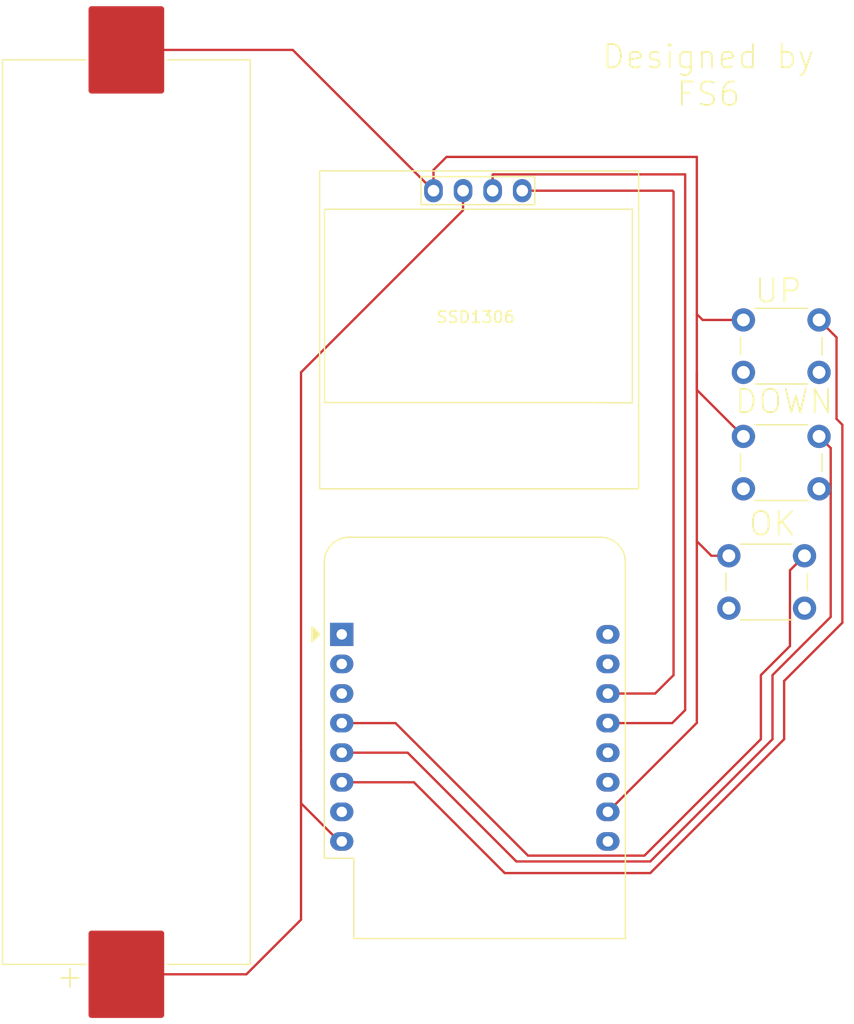
<source format=kicad_pcb>
(kicad_pcb (version 20241229) (generator "pcbnew") (generator_version "9.0")
  (layers (0 "F.Cu" signal) (2 "B.Cu" signal) (13 "F.Paste" user) (15 "B.Paste" user) (5 "F.SilkS" user "F.Silkscreen") (7 "B.SilkS" user "B.Silkscreen") (1 "F.Mask" user) (3 "B.Mask" user) (25 "Edge.Cuts" user))
  (net 0 "")
  (footprint "Button_Switch_THT:SW_PUSH_6mm" (layer "F.Cu") (at 167.75 87.75)
    (property "Reference" "REF**" (hide yes))
    (property "Value" "SW_PUSH_6mm")
    (fp_line (start -0.25 1.5) (end -0.25 3) (stroke (width 0.12)) (layer "F.SilkS"))
    (fp_line (start 1 5.5) (end 5.5 5.5) (stroke (width 0.12)) (layer "F.SilkS"))
    (fp_line (start 5.5 -1) (end 1 -1) (stroke (width 0.12)) (layer "F.SilkS"))
    (fp_line (start 6.75 3) (end 6.75 1.5) (stroke (width 0.12)) (layer "F.SilkS"))
    (pad "1" thru_hole circle (at 0 0 90) (size 2 2) (drill 1.1) (layers "*.Cu" "*.Mask"))
    (pad "1" thru_hole circle (at 6.5 0 90) (size 2 2) (drill 1.1) (layers "*.Cu" "*.Mask"))
    (pad "2" thru_hole circle (at 0 4.5 90) (size 2 2) (drill 1.1) (layers "*.Cu" "*.Mask"))
    (pad "2" thru_hole circle (at 6.5 4.5 90) (size 2 2) (drill 1.1) (layers "*.Cu" "*.Mask"))
  )
  (footprint "Button_Switch_THT:SW_PUSH_6mm" (layer "F.Cu") (at 169 67.5)
    (property "Reference" "REF**" (hide yes))
    (property "Value" "SW_PUSH_6mm")
    (fp_line (start -0.25 1.5) (end -0.25 3) (stroke (width 0.12)) (layer "F.SilkS"))
    (fp_line (start 1 5.5) (end 5.5 5.5) (stroke (width 0.12)) (layer "F.SilkS"))
    (fp_line (start 5.5 -1) (end 1 -1) (stroke (width 0.12)) (layer "F.SilkS"))
    (fp_line (start 6.75 3) (end 6.75 1.5) (stroke (width 0.12)) (layer "F.SilkS"))
    (pad "1" thru_hole circle (at 0 0 90) (size 2 2) (drill 1.1) (layers "*.Cu" "*.Mask"))
    (pad "1" thru_hole circle (at 6.5 0 90) (size 2 2) (drill 1.1) (layers "*.Cu" "*.Mask"))
    (pad "2" thru_hole circle (at 0 4.5 90) (size 2 2) (drill 1.1) (layers "*.Cu" "*.Mask"))
    (pad "2" thru_hole circle (at 6.5 4.5 90) (size 2 2) (drill 1.1) (layers "*.Cu" "*.Mask"))
  )
  (footprint "RF_Module:WEMOS_D1_mini_light" (layer "F.Cu") (at 134.5 94.5)
    (property "Reference" "REF**" (hide yes))
    (property "Value" "WEMOS_D1_mini_light")
    (fp_line (start -1.5 19.22) (end -1.5 -6.21) (stroke (width 0.12)) (layer "F.SilkS"))
    (fp_line (start -1.5 19.22) (end 1.04 19.22) (stroke (width 0.12)) (layer "F.SilkS"))
    (fp_line (start 1.04 19.22) (end 1.04 26.12) (stroke (width 0.12)) (layer "F.SilkS"))
    (fp_line (start 1.04 26.12) (end 24.36 26.12) (stroke (width 0.12)) (layer "F.SilkS"))
    (fp_line (start 22.24 -8.34) (end 0.63 -8.34) (stroke (width 0.12)) (layer "F.SilkS"))
    (fp_line (start 24.36 26.12) (end 24.36 -6.21) (stroke (width 0.12)) (layer "F.SilkS"))
    (fp_arc (start -1.5 -6.21) (mid -0.876137 -7.716137) (end 0.63 -8.34) (stroke (width 0.12)) (layer "F.SilkS"))
    (fp_arc (start 22.23 -8.34) (mid 23.736137 -7.716137) (end 24.36 -6.21) (stroke (width 0.12)) (layer "F.SilkS"))
    (fp_poly (pts (xy -2.54 -0.635) (xy -2.54 0.635) (xy -1.905 0)) (stroke (width 0.15)) (fill yes) (layer "F.SilkS"))
    (pad "1" thru_hole rect (at 0 0) (size 2 2) (drill 0.9) (layers "*.Cu" "*.Mask"))
    (pad "2" thru_hole oval (at 0 2.54) (size 2 1.6) (drill 0.9) (layers "*.Cu" "*.Mask"))
    (pad "3" thru_hole oval (at 0 5.08) (size 2 1.6) (drill 0.9) (layers "*.Cu" "*.Mask"))
    (pad "4" thru_hole oval (at 0 7.62) (size 2 1.6) (drill 0.9) (layers "*.Cu" "*.Mask"))
    (pad "5" thru_hole oval (at 0 10.16) (size 2 1.6) (drill 0.9) (layers "*.Cu" "*.Mask"))
    (pad "6" thru_hole oval (at 0 12.7) (size 2 1.6) (drill 0.9) (layers "*.Cu" "*.Mask"))
    (pad "7" thru_hole oval (at 0 15.24) (size 2 1.6) (drill 0.9) (layers "*.Cu" "*.Mask"))
    (pad "8" thru_hole oval (at 0 17.78) (size 2 1.6) (drill 0.9) (layers "*.Cu" "*.Mask"))
    (pad "9" thru_hole oval (at 22.86 17.78) (size 2 1.6) (drill 0.9) (layers "*.Cu" "*.Mask"))
    (pad "10" thru_hole oval (at 22.86 15.24) (size 2 1.6) (drill 0.9) (layers "*.Cu" "*.Mask"))
    (pad "11" thru_hole oval (at 22.86 12.7) (size 2 1.6) (drill 0.9) (layers "*.Cu" "*.Mask"))
    (pad "12" thru_hole oval (at 22.86 10.16) (size 2 1.6) (drill 0.9) (layers "*.Cu" "*.Mask"))
    (pad "13" thru_hole oval (at 22.86 7.62) (size 2 1.6) (drill 0.9) (layers "*.Cu" "*.Mask"))
    (pad "14" thru_hole oval (at 22.86 5.08) (size 2 1.6) (drill 0.9) (layers "*.Cu" "*.Mask"))
    (pad "15" thru_hole oval (at 22.86 2.54) (size 2 1.6) (drill 0.9) (layers "*.Cu" "*.Mask"))
    (pad "16" thru_hole oval (at 22.86 0) (size 2 1.6) (drill 0.9) (layers "*.Cu" "*.Mask"))
  )
  (footprint "Button_Switch_THT:SW_PUSH_6mm" (layer "F.Cu") (at 169 77.5)
    (property "Reference" "REF**" (hide yes))
    (property "Value" "SW_PUSH_6mm")
    (fp_line (start -0.25 1.5) (end -0.25 3) (stroke (width 0.12)) (layer "F.SilkS"))
    (fp_line (start 1 5.5) (end 5.5 5.5) (stroke (width 0.12)) (layer "F.SilkS"))
    (fp_line (start 5.5 -1) (end 1 -1) (stroke (width 0.12)) (layer "F.SilkS"))
    (fp_line (start 6.75 3) (end 6.75 1.5) (stroke (width 0.12)) (layer "F.SilkS"))
    (pad "1" thru_hole circle (at 0 0 90) (size 2 2) (drill 1.1) (layers "*.Cu" "*.Mask"))
    (pad "1" thru_hole circle (at 6.5 0 90) (size 2 2) (drill 1.1) (layers "*.Cu" "*.Mask"))
    (pad "2" thru_hole circle (at 0 4.5 90) (size 2 2) (drill 1.1) (layers "*.Cu" "*.Mask"))
    (pad "2" thru_hole circle (at 6.5 4.5 90) (size 2 2) (drill 1.1) (layers "*.Cu" "*.Mask"))
  )
  (footprint "SSD1306:128x64OLED" (layer "F.Cu") (at 146 67)
    (property "Reference" "SSD1306" (at 0 0.254 0) (layer "F.SilkS"))
    (property "Value" "128x64OLED")
    (fp_line (start -13.4 -12.3) (end 14 -12.3) (stroke (width 0.12)) (layer "F.SilkS"))
    (fp_line (start -13.4 15) (end -13.4 -12.3) (stroke (width 0.12)) (layer "F.SilkS"))
    (fp_line (start -12.978 -9.005) (end 10.122 -9.005) (stroke (width 0.12)) (layer "F.SilkS"))
    (fp_line (start -12.978 7.595) (end -12.978 -9.005) (stroke (width 0.12)) (layer "F.SilkS"))
    (fp_line (start -4.699 -11.811) (end -4.699 -9.398) (stroke (width 0.12)) (layer "F.SilkS"))
    (fp_line (start -4.699 -11.811) (end 5.08 -11.811) (stroke (width 0.12)) (layer "F.SilkS"))
    (fp_line (start 5.08 -11.811) (end 5.08 -9.398) (stroke (width 0.12)) (layer "F.SilkS"))
    (fp_line (start 5.08 -9.398) (end -4.699 -9.398) (stroke (width 0.12)) (layer "F.SilkS"))
    (fp_line (start 10.122 -9.005) (end 13.208 -9.005) (stroke (width 0.12)) (layer "F.SilkS"))
    (fp_line (start 10.122 7.595) (end -12.978 7.595) (stroke (width 0.12)) (layer "F.SilkS"))
    (fp_line (start 10.122 7.595) (end 13.462 7.62) (stroke (width 0.12)) (layer "F.SilkS"))
    (fp_line (start 13.462 -9.017) (end 13.208 -9.005) (stroke (width 0.12)) (layer "F.SilkS"))
    (fp_line (start 13.462 7.62) (end 13.462 -9.017) (stroke (width 0.12)) (layer "F.SilkS"))
    (fp_line (start 14 -12.3) (end 14 15) (stroke (width 0.12)) (layer "F.SilkS"))
    (fp_line (start 14 15) (end -13.4 15) (stroke (width 0.12)) (layer "F.SilkS"))
    (pad "1" thru_hole oval (at -3.62 -10.6 90) (size 2 1.6) (drill 1) (layers "*.Cu" "*.Mask"))
    (pad "2" thru_hole oval (at -1.08 -10.6 90) (size 2 1.6) (drill 1) (layers "*.Cu" "*.Mask"))
    (pad "3" thru_hole oval (at 1.46 -10.6 90) (size 2 1.6) (drill 1) (layers "*.Cu" "*.Mask"))
    (pad "4" thru_hole oval (at 4 -10.6 90) (size 2 1.6) (drill 1) (layers "*.Cu" "*.Mask"))
  )
  (footprint "Battery:BatteryHolder_Keystone_1042_1x18650" (layer "F.Cu") (at 116 84 90)
    (property "Reference" "REF**" (hide yes))
    (property "Value" "BatteryHolder_Keystone_1042_1x18650")
    (fp_line (start 38.84 -10.635) (end 38.84 -3.5) (stroke (width 0.12)) (layer "F.SilkS"))
    (fp_line (start -38.84 -10.635) (end 38.84 -10.635) (stroke (width 0.12)) (layer "F.SilkS"))
    (fp_line (start -38.84 -10.635) (end -38.84 -3.5) (stroke (width 0.12)) (layer "F.SilkS"))
    (fp_line (start 38.84 3.5) (end 38.84 10.635) (stroke (width 0.12)) (layer "F.SilkS"))
    (fp_line (start -38.84 3.5) (end -38.84 10.635) (stroke (width 0.12)) (layer "F.SilkS"))
    (fp_line (start -38.84 10.635) (end 38.84 10.635) (stroke (width 0.12)) (layer "F.SilkS"))
    (fp_text user "+" (at -40 -5 90) (layer "F.SilkS") (effects (font (size 2 2))))
    (pad "" np_thru_hole circle (at -36.13 -8 90) (size 2.39 2.39) (drill 2.39) (layers "*.Cu" "*.Mask"))
    (pad "" np_thru_hole circle (at -27.62 8 90) (size 3.45 3.45) (drill 3.45) (layers "*.Cu" "*.Mask"))
    (pad "" np_thru_hole circle (at 27.62 -8 90) (size 3.45 3.45) (drill 3.45) (layers "*.Cu" "*.Mask"))
    (pad "1" smd roundrect (at -39.69 0 90) (size 7.5 6.5) (layers "F.Cu" "F.Mask" "F.Paste") (roundrect_rratio 0.038462))
    (pad "2" smd roundrect (at 39.69 0 90) (size 7.5 6.5) (layers "F.Cu" "F.Mask" "F.Paste") (roundrect_rratio 0.038462))
  )
  (gr_text "Designed by\nFS6" (at 166 46.5 0) (layer "F.SilkS") (effects (font (size 2 2))))
  (gr_text "OK\n" (at 171.5 85 0) (layer "F.SilkS") (effects (font (size 2 2))))
  (gr_text "DOWN\n" (at 172.5 74.5 0) (layer "F.SilkS") (effects (font (size 2 2))))
  (gr_text "UP\n" (at 172 65 0) (layer "F.SilkS") (effects (font (size 2 2))))
  (segment (start 163 98) (end 161.42 99.58) (width 0.2) (layer "F.Cu") (net 0))
  (segment (start 140.7 107.2) (end 134.5 107.2) (width 0.2) (layer "F.Cu") (net 0))
  (segment (start 147.46 56.4) (end 147.46 55.04) (width 0.2) (layer "F.Cu") (net 0))
  (segment (start 144.92 58.08) (end 131 72) (width 0.2) (layer "F.Cu") (net 0))
  (segment (start 171.5 98) (end 176.5 93) (width 0.2) (layer "F.Cu") (net 0))
  (segment (start 166.25 87.75) (end 165 86.5) (width 0.2) (layer "F.Cu") (net 0))
  (segment (start 131 104.5) (end 131 109) (width 0.2) (layer "F.Cu") (net 0))
  (segment (start 170.5 98) (end 170.5 103.5) (width 0.2) (layer "F.Cu") (net 0))
  (segment (start 131 119) (end 131 104.5) (width 0.2) (layer "F.Cu") (net 0))
  (segment (start 176.5 78.5) (end 175.5 77.5) (width 0.2) (layer "F.Cu") (net 0))
  (segment (start 147.5 55) (end 164 55) (width 0.2) (layer "F.Cu") (net 0))
  (segment (start 172.5 103.5) (end 161 115) (width 0.2) (layer "F.Cu") (net 0))
  (segment (start 157.36 99.58) (end 157.44 99.5) (width 0.2) (layer "F.Cu") (net 0))
  (segment (start 169 77.5) (end 165 73.5) (width 0.2) (layer "F.Cu") (net 0))
  (segment (start 165 72) (end 165 86.5) (width 0.2) (layer "F.Cu") (net 0))
  (segment (start 176.5 93) (end 176.5 78.5) (width 0.2) (layer "F.Cu") (net 0))
  (segment (start 165 73.5) (end 165 72) (width 0.2) (layer "F.Cu") (net 0))
  (segment (start 143.5 53.5) (end 165 53.5) (width 0.2) (layer "F.Cu") (net 0))
  (segment (start 139.12 102.12) (end 134.5 102.12) (width 0.2) (layer "F.Cu") (net 0))
  (segment (start 160.5 113.5) (end 150.5 113.5) (width 0.2) (layer "F.Cu") (net 0))
  (segment (start 142.38 54.62) (end 143.5 53.5) (width 0.2) (layer "F.Cu") (net 0))
  (segment (start 173 95.5) (end 170.5 98) (width 0.2) (layer "F.Cu") (net 0))
  (segment (start 165 102.1) (end 157.36 109.74) (width 0.2) (layer "F.Cu") (net 0))
  (segment (start 162.88 102.12) (end 157.36 102.12) (width 0.2) (layer "F.Cu") (net 0))
  (segment (start 175.5 67.5) (end 177 69) (width 0.2) (layer "F.Cu") (net 0))
  (segment (start 171.5 103.5) (end 161 114) (width 0.2) (layer "F.Cu") (net 0))
  (segment (start 165 67) (end 165 72) (width 0.2) (layer "F.Cu") (net 0))
  (segment (start 144.92 56.4) (end 144.92 58.08) (width 0.2) (layer "F.Cu") (net 0))
  (segment (start 177.5 76.5) (end 177.5 93.5) (width 0.2) (layer "F.Cu") (net 0))
  (segment (start 142.38 56.4) (end 142.38 54.62) (width 0.2) (layer "F.Cu") (net 0))
  (segment (start 149.5 114) (end 140.16 104.66) (width 0.2) (layer "F.Cu") (net 0))
  (segment (start 177.5 93.5) (end 172.5 98.5) (width 0.2) (layer "F.Cu") (net 0))
  (segment (start 162.9 56.4) (end 163 56.5) (width 0.2) (layer "F.Cu") (net 0))
  (segment (start 161 114) (end 149.5 114) (width 0.2) (layer "F.Cu") (net 0))
  (segment (start 167.75 87.75) (end 166.25 87.75) (width 0.2) (layer "F.Cu") (net 0))
  (segment (start 131 109) (end 134.28 112.28) (width 0.2) (layer "F.Cu") (net 0))
  (segment (start 164 101) (end 162.88 102.12) (width 0.2) (layer "F.Cu") (net 0))
  (segment (start 130.29 44.31) (end 138.99 53.01) (width 0.2) (layer "F.Cu") (net 0))
  (segment (start 161.42 99.58) (end 157.36 99.58) (width 0.2) (layer "F.Cu") (net 0))
  (segment (start 173 89) (end 173 95.5) (width 0.2) (layer "F.Cu") (net 0))
  (segment (start 138.99 53.01) (end 142.38 56.4) (width 0.2) (layer "F.Cu") (net 0))
  (segment (start 147.46 55.04) (end 147.5 55) (width 0.2) (layer "F.Cu") (net 0))
  (segment (start 161 115) (end 148.5 115) (width 0.2) (layer "F.Cu") (net 0))
  (segment (start 169 67.5) (end 165.5 67.5) (width 0.2) (layer "F.Cu") (net 0))
  (segment (start 165 86.5) (end 165 102.1) (width 0.2) (layer "F.Cu") (net 0))
  (segment (start 165 53.5) (end 165 67) (width 0.2) (layer "F.Cu") (net 0))
  (segment (start 150 56.4) (end 162.9 56.4) (width 0.2) (layer "F.Cu") (net 0))
  (segment (start 172.5 98.5) (end 172.5 103.5) (width 0.2) (layer "F.Cu") (net 0))
  (segment (start 174.25 87.75) (end 173 89) (width 0.2) (layer "F.Cu") (net 0))
  (segment (start 116 123.69) (end 126.31 123.69) (width 0.2) (layer "F.Cu") (net 0))
  (segment (start 131 72) (end 131 104.5) (width 0.2) (layer "F.Cu") (net 0))
  (segment (start 165.5 67.5) (end 165 67) (width 0.2) (layer "F.Cu") (net 0))
  (segment (start 163 56.5) (end 163 98) (width 0.2) (layer "F.Cu") (net 0))
  (segment (start 134.28 112.28) (end 134.5 112.28) (width 0.2) (layer "F.Cu") (net 0))
  (segment (start 116 44.31) (end 130.29 44.31) (width 0.2) (layer "F.Cu") (net 0))
  (segment (start 150.5 113.5) (end 139.12 102.12) (width 0.2) (layer "F.Cu") (net 0))
  (segment (start 164 55) (end 164 101) (width 0.2) (layer "F.Cu") (net 0))
  (segment (start 126.31 123.69) (end 131 119) (width 0.2) (layer "F.Cu") (net 0))
  (segment (start 171.5 98) (end 171.5 103.5) (width 0.2) (layer "F.Cu") (net 0))
  (segment (start 177 69) (end 177 76) (width 0.2) (layer "F.Cu") (net 0))
  (segment (start 170.5 103.5) (end 160.5 113.5) (width 0.2) (layer "F.Cu") (net 0))
  (segment (start 140.16 104.66) (end 134.5 104.66) (width 0.2) (layer "F.Cu") (net 0))
  (segment (start 177 76) (end 177.5 76.5) (width 0.2) (layer "F.Cu") (net 0))
  (segment (start 148.5 115) (end 140.7 107.2) (width 0.2) (layer "F.Cu") (net 0))
)
</source>
